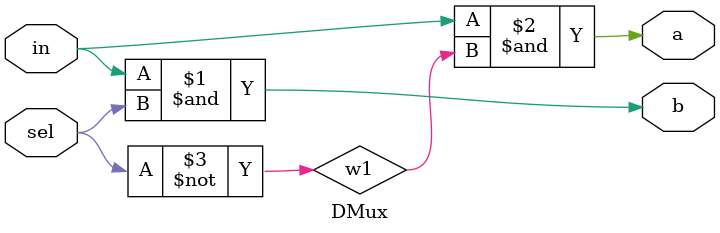
<source format=v>
`ifndef _DMux_
`define _DMux_

module DMux (a, b, in, sel);
  input in,sel;
  output a,b;
  wire w1;

  //Descrição
  and and0(b,in,sel);
  and and1(a,in,w1);
  not not0(w1,sel);

endmodule
`endif

</source>
